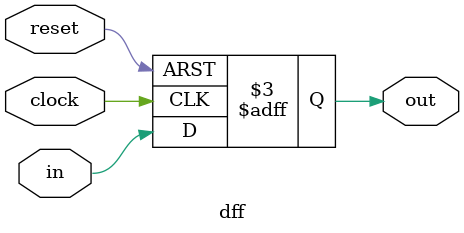
<source format=v>
module dff(input in, input clock, input reset, output reg out);
    // On clock edge, check for reset and latch data
   always @(posedge clock or negedge reset) begin
       if (!reset)
           out <= 0;    // Reset the output to 0
       else
           out <= in;   // Latch the input data
   end
endmodule

</source>
